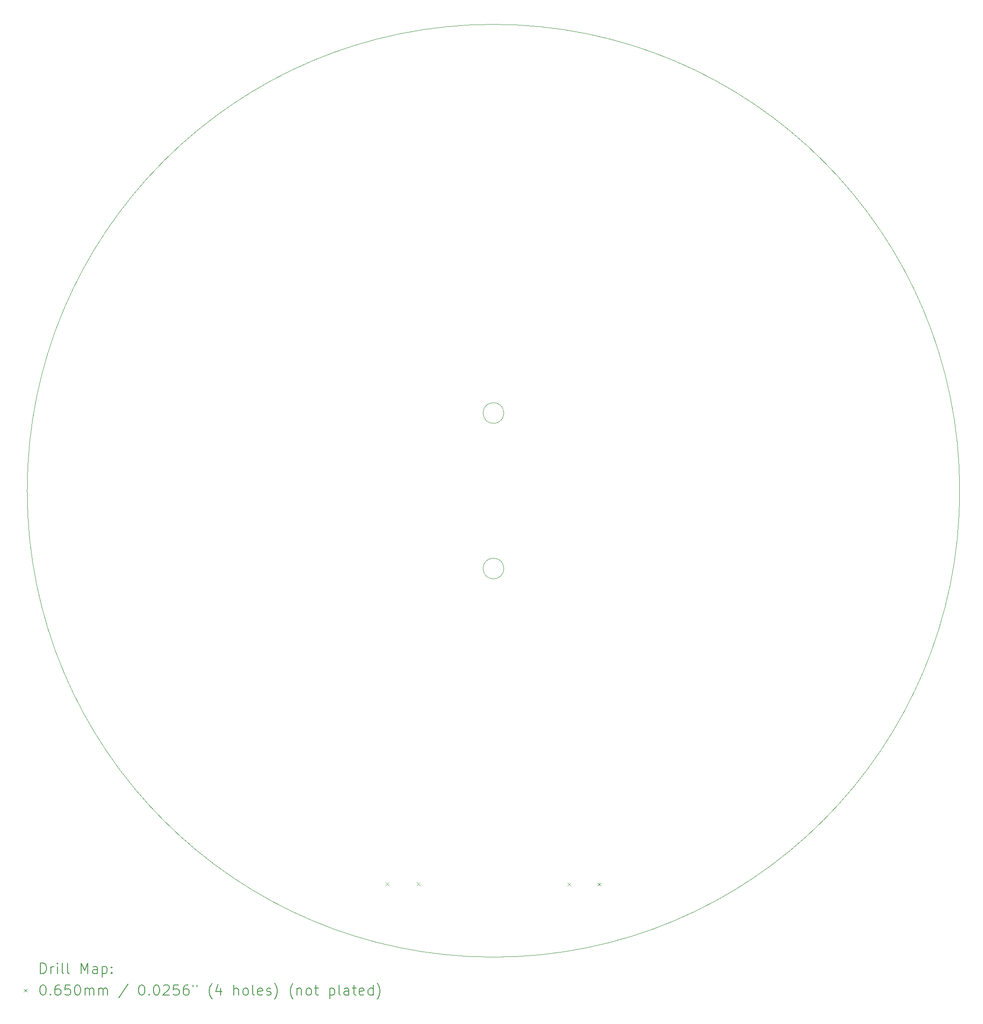
<source format=gbr>
%TF.GenerationSoftware,KiCad,Pcbnew,9.0.0*%
%TF.CreationDate,2025-04-06T22:46:27+05:30*%
%TF.ProjectId,display,64697370-6c61-4792-9e6b-696361645f70,rev?*%
%TF.SameCoordinates,Original*%
%TF.FileFunction,Drillmap*%
%TF.FilePolarity,Positive*%
%FSLAX45Y45*%
G04 Gerber Fmt 4.5, Leading zero omitted, Abs format (unit mm)*
G04 Created by KiCad (PCBNEW 9.0.0) date 2025-04-06 22:46:27*
%MOMM*%
%LPD*%
G01*
G04 APERTURE LIST*
%ADD10C,0.050000*%
%ADD11C,0.200000*%
%ADD12C,0.100000*%
G04 APERTURE END LIST*
D10*
X45200000Y-26500000D02*
G75*
G02*
X44800000Y-26500000I-200000J0D01*
G01*
X44800000Y-26500000D02*
G75*
G02*
X45200000Y-26500000I200000J0D01*
G01*
X45200000Y-23500000D02*
G75*
G02*
X44800000Y-23500000I-200000J0D01*
G01*
X44800000Y-23500000D02*
G75*
G02*
X45200000Y-23500000I200000J0D01*
G01*
X54000000Y-25000000D02*
G75*
G02*
X36000000Y-25000000I-9000000J0D01*
G01*
X36000000Y-25000000D02*
G75*
G02*
X54000000Y-25000000I9000000J0D01*
G01*
D11*
D12*
X42917500Y-32556250D02*
X42982500Y-32621250D01*
X42982500Y-32556250D02*
X42917500Y-32621250D01*
X43517500Y-32556250D02*
X43582500Y-32621250D01*
X43582500Y-32556250D02*
X43517500Y-32621250D01*
X46428500Y-32561250D02*
X46493500Y-32626250D01*
X46493500Y-32561250D02*
X46428500Y-32626250D01*
X47006500Y-32561250D02*
X47071500Y-32626250D01*
X47071500Y-32561250D02*
X47006500Y-32626250D01*
D11*
X36258277Y-34313984D02*
X36258277Y-34113984D01*
X36258277Y-34113984D02*
X36305896Y-34113984D01*
X36305896Y-34113984D02*
X36334467Y-34123508D01*
X36334467Y-34123508D02*
X36353515Y-34142555D01*
X36353515Y-34142555D02*
X36363039Y-34161603D01*
X36363039Y-34161603D02*
X36372563Y-34199698D01*
X36372563Y-34199698D02*
X36372563Y-34228270D01*
X36372563Y-34228270D02*
X36363039Y-34266365D01*
X36363039Y-34266365D02*
X36353515Y-34285412D01*
X36353515Y-34285412D02*
X36334467Y-34304460D01*
X36334467Y-34304460D02*
X36305896Y-34313984D01*
X36305896Y-34313984D02*
X36258277Y-34313984D01*
X36458277Y-34313984D02*
X36458277Y-34180650D01*
X36458277Y-34218746D02*
X36467801Y-34199698D01*
X36467801Y-34199698D02*
X36477324Y-34190174D01*
X36477324Y-34190174D02*
X36496372Y-34180650D01*
X36496372Y-34180650D02*
X36515420Y-34180650D01*
X36582086Y-34313984D02*
X36582086Y-34180650D01*
X36582086Y-34113984D02*
X36572563Y-34123508D01*
X36572563Y-34123508D02*
X36582086Y-34133031D01*
X36582086Y-34133031D02*
X36591610Y-34123508D01*
X36591610Y-34123508D02*
X36582086Y-34113984D01*
X36582086Y-34113984D02*
X36582086Y-34133031D01*
X36705896Y-34313984D02*
X36686848Y-34304460D01*
X36686848Y-34304460D02*
X36677324Y-34285412D01*
X36677324Y-34285412D02*
X36677324Y-34113984D01*
X36810658Y-34313984D02*
X36791610Y-34304460D01*
X36791610Y-34304460D02*
X36782086Y-34285412D01*
X36782086Y-34285412D02*
X36782086Y-34113984D01*
X37039229Y-34313984D02*
X37039229Y-34113984D01*
X37039229Y-34113984D02*
X37105896Y-34256841D01*
X37105896Y-34256841D02*
X37172563Y-34113984D01*
X37172563Y-34113984D02*
X37172563Y-34313984D01*
X37353515Y-34313984D02*
X37353515Y-34209222D01*
X37353515Y-34209222D02*
X37343991Y-34190174D01*
X37343991Y-34190174D02*
X37324944Y-34180650D01*
X37324944Y-34180650D02*
X37286848Y-34180650D01*
X37286848Y-34180650D02*
X37267801Y-34190174D01*
X37353515Y-34304460D02*
X37334467Y-34313984D01*
X37334467Y-34313984D02*
X37286848Y-34313984D01*
X37286848Y-34313984D02*
X37267801Y-34304460D01*
X37267801Y-34304460D02*
X37258277Y-34285412D01*
X37258277Y-34285412D02*
X37258277Y-34266365D01*
X37258277Y-34266365D02*
X37267801Y-34247317D01*
X37267801Y-34247317D02*
X37286848Y-34237793D01*
X37286848Y-34237793D02*
X37334467Y-34237793D01*
X37334467Y-34237793D02*
X37353515Y-34228270D01*
X37448753Y-34180650D02*
X37448753Y-34380650D01*
X37448753Y-34190174D02*
X37467801Y-34180650D01*
X37467801Y-34180650D02*
X37505896Y-34180650D01*
X37505896Y-34180650D02*
X37524944Y-34190174D01*
X37524944Y-34190174D02*
X37534467Y-34199698D01*
X37534467Y-34199698D02*
X37543991Y-34218746D01*
X37543991Y-34218746D02*
X37543991Y-34275889D01*
X37543991Y-34275889D02*
X37534467Y-34294936D01*
X37534467Y-34294936D02*
X37524944Y-34304460D01*
X37524944Y-34304460D02*
X37505896Y-34313984D01*
X37505896Y-34313984D02*
X37467801Y-34313984D01*
X37467801Y-34313984D02*
X37448753Y-34304460D01*
X37629705Y-34294936D02*
X37639229Y-34304460D01*
X37639229Y-34304460D02*
X37629705Y-34313984D01*
X37629705Y-34313984D02*
X37620182Y-34304460D01*
X37620182Y-34304460D02*
X37629705Y-34294936D01*
X37629705Y-34294936D02*
X37629705Y-34313984D01*
X37629705Y-34190174D02*
X37639229Y-34199698D01*
X37639229Y-34199698D02*
X37629705Y-34209222D01*
X37629705Y-34209222D02*
X37620182Y-34199698D01*
X37620182Y-34199698D02*
X37629705Y-34190174D01*
X37629705Y-34190174D02*
X37629705Y-34209222D01*
D12*
X35932500Y-34610000D02*
X35997500Y-34675000D01*
X35997500Y-34610000D02*
X35932500Y-34675000D01*
D11*
X36296372Y-34533984D02*
X36315420Y-34533984D01*
X36315420Y-34533984D02*
X36334467Y-34543508D01*
X36334467Y-34543508D02*
X36343991Y-34553031D01*
X36343991Y-34553031D02*
X36353515Y-34572079D01*
X36353515Y-34572079D02*
X36363039Y-34610174D01*
X36363039Y-34610174D02*
X36363039Y-34657793D01*
X36363039Y-34657793D02*
X36353515Y-34695889D01*
X36353515Y-34695889D02*
X36343991Y-34714936D01*
X36343991Y-34714936D02*
X36334467Y-34724460D01*
X36334467Y-34724460D02*
X36315420Y-34733984D01*
X36315420Y-34733984D02*
X36296372Y-34733984D01*
X36296372Y-34733984D02*
X36277324Y-34724460D01*
X36277324Y-34724460D02*
X36267801Y-34714936D01*
X36267801Y-34714936D02*
X36258277Y-34695889D01*
X36258277Y-34695889D02*
X36248753Y-34657793D01*
X36248753Y-34657793D02*
X36248753Y-34610174D01*
X36248753Y-34610174D02*
X36258277Y-34572079D01*
X36258277Y-34572079D02*
X36267801Y-34553031D01*
X36267801Y-34553031D02*
X36277324Y-34543508D01*
X36277324Y-34543508D02*
X36296372Y-34533984D01*
X36448753Y-34714936D02*
X36458277Y-34724460D01*
X36458277Y-34724460D02*
X36448753Y-34733984D01*
X36448753Y-34733984D02*
X36439229Y-34724460D01*
X36439229Y-34724460D02*
X36448753Y-34714936D01*
X36448753Y-34714936D02*
X36448753Y-34733984D01*
X36629705Y-34533984D02*
X36591610Y-34533984D01*
X36591610Y-34533984D02*
X36572563Y-34543508D01*
X36572563Y-34543508D02*
X36563039Y-34553031D01*
X36563039Y-34553031D02*
X36543991Y-34581603D01*
X36543991Y-34581603D02*
X36534467Y-34619698D01*
X36534467Y-34619698D02*
X36534467Y-34695889D01*
X36534467Y-34695889D02*
X36543991Y-34714936D01*
X36543991Y-34714936D02*
X36553515Y-34724460D01*
X36553515Y-34724460D02*
X36572563Y-34733984D01*
X36572563Y-34733984D02*
X36610658Y-34733984D01*
X36610658Y-34733984D02*
X36629705Y-34724460D01*
X36629705Y-34724460D02*
X36639229Y-34714936D01*
X36639229Y-34714936D02*
X36648753Y-34695889D01*
X36648753Y-34695889D02*
X36648753Y-34648270D01*
X36648753Y-34648270D02*
X36639229Y-34629222D01*
X36639229Y-34629222D02*
X36629705Y-34619698D01*
X36629705Y-34619698D02*
X36610658Y-34610174D01*
X36610658Y-34610174D02*
X36572563Y-34610174D01*
X36572563Y-34610174D02*
X36553515Y-34619698D01*
X36553515Y-34619698D02*
X36543991Y-34629222D01*
X36543991Y-34629222D02*
X36534467Y-34648270D01*
X36829705Y-34533984D02*
X36734467Y-34533984D01*
X36734467Y-34533984D02*
X36724944Y-34629222D01*
X36724944Y-34629222D02*
X36734467Y-34619698D01*
X36734467Y-34619698D02*
X36753515Y-34610174D01*
X36753515Y-34610174D02*
X36801134Y-34610174D01*
X36801134Y-34610174D02*
X36820182Y-34619698D01*
X36820182Y-34619698D02*
X36829705Y-34629222D01*
X36829705Y-34629222D02*
X36839229Y-34648270D01*
X36839229Y-34648270D02*
X36839229Y-34695889D01*
X36839229Y-34695889D02*
X36829705Y-34714936D01*
X36829705Y-34714936D02*
X36820182Y-34724460D01*
X36820182Y-34724460D02*
X36801134Y-34733984D01*
X36801134Y-34733984D02*
X36753515Y-34733984D01*
X36753515Y-34733984D02*
X36734467Y-34724460D01*
X36734467Y-34724460D02*
X36724944Y-34714936D01*
X36963039Y-34533984D02*
X36982086Y-34533984D01*
X36982086Y-34533984D02*
X37001134Y-34543508D01*
X37001134Y-34543508D02*
X37010658Y-34553031D01*
X37010658Y-34553031D02*
X37020182Y-34572079D01*
X37020182Y-34572079D02*
X37029705Y-34610174D01*
X37029705Y-34610174D02*
X37029705Y-34657793D01*
X37029705Y-34657793D02*
X37020182Y-34695889D01*
X37020182Y-34695889D02*
X37010658Y-34714936D01*
X37010658Y-34714936D02*
X37001134Y-34724460D01*
X37001134Y-34724460D02*
X36982086Y-34733984D01*
X36982086Y-34733984D02*
X36963039Y-34733984D01*
X36963039Y-34733984D02*
X36943991Y-34724460D01*
X36943991Y-34724460D02*
X36934467Y-34714936D01*
X36934467Y-34714936D02*
X36924944Y-34695889D01*
X36924944Y-34695889D02*
X36915420Y-34657793D01*
X36915420Y-34657793D02*
X36915420Y-34610174D01*
X36915420Y-34610174D02*
X36924944Y-34572079D01*
X36924944Y-34572079D02*
X36934467Y-34553031D01*
X36934467Y-34553031D02*
X36943991Y-34543508D01*
X36943991Y-34543508D02*
X36963039Y-34533984D01*
X37115420Y-34733984D02*
X37115420Y-34600650D01*
X37115420Y-34619698D02*
X37124944Y-34610174D01*
X37124944Y-34610174D02*
X37143991Y-34600650D01*
X37143991Y-34600650D02*
X37172563Y-34600650D01*
X37172563Y-34600650D02*
X37191610Y-34610174D01*
X37191610Y-34610174D02*
X37201134Y-34629222D01*
X37201134Y-34629222D02*
X37201134Y-34733984D01*
X37201134Y-34629222D02*
X37210658Y-34610174D01*
X37210658Y-34610174D02*
X37229705Y-34600650D01*
X37229705Y-34600650D02*
X37258277Y-34600650D01*
X37258277Y-34600650D02*
X37277325Y-34610174D01*
X37277325Y-34610174D02*
X37286848Y-34629222D01*
X37286848Y-34629222D02*
X37286848Y-34733984D01*
X37382086Y-34733984D02*
X37382086Y-34600650D01*
X37382086Y-34619698D02*
X37391610Y-34610174D01*
X37391610Y-34610174D02*
X37410658Y-34600650D01*
X37410658Y-34600650D02*
X37439229Y-34600650D01*
X37439229Y-34600650D02*
X37458277Y-34610174D01*
X37458277Y-34610174D02*
X37467801Y-34629222D01*
X37467801Y-34629222D02*
X37467801Y-34733984D01*
X37467801Y-34629222D02*
X37477325Y-34610174D01*
X37477325Y-34610174D02*
X37496372Y-34600650D01*
X37496372Y-34600650D02*
X37524944Y-34600650D01*
X37524944Y-34600650D02*
X37543991Y-34610174D01*
X37543991Y-34610174D02*
X37553515Y-34629222D01*
X37553515Y-34629222D02*
X37553515Y-34733984D01*
X37943991Y-34524460D02*
X37772563Y-34781603D01*
X38201134Y-34533984D02*
X38220182Y-34533984D01*
X38220182Y-34533984D02*
X38239229Y-34543508D01*
X38239229Y-34543508D02*
X38248753Y-34553031D01*
X38248753Y-34553031D02*
X38258277Y-34572079D01*
X38258277Y-34572079D02*
X38267801Y-34610174D01*
X38267801Y-34610174D02*
X38267801Y-34657793D01*
X38267801Y-34657793D02*
X38258277Y-34695889D01*
X38258277Y-34695889D02*
X38248753Y-34714936D01*
X38248753Y-34714936D02*
X38239229Y-34724460D01*
X38239229Y-34724460D02*
X38220182Y-34733984D01*
X38220182Y-34733984D02*
X38201134Y-34733984D01*
X38201134Y-34733984D02*
X38182087Y-34724460D01*
X38182087Y-34724460D02*
X38172563Y-34714936D01*
X38172563Y-34714936D02*
X38163039Y-34695889D01*
X38163039Y-34695889D02*
X38153515Y-34657793D01*
X38153515Y-34657793D02*
X38153515Y-34610174D01*
X38153515Y-34610174D02*
X38163039Y-34572079D01*
X38163039Y-34572079D02*
X38172563Y-34553031D01*
X38172563Y-34553031D02*
X38182087Y-34543508D01*
X38182087Y-34543508D02*
X38201134Y-34533984D01*
X38353515Y-34714936D02*
X38363039Y-34724460D01*
X38363039Y-34724460D02*
X38353515Y-34733984D01*
X38353515Y-34733984D02*
X38343991Y-34724460D01*
X38343991Y-34724460D02*
X38353515Y-34714936D01*
X38353515Y-34714936D02*
X38353515Y-34733984D01*
X38486848Y-34533984D02*
X38505896Y-34533984D01*
X38505896Y-34533984D02*
X38524944Y-34543508D01*
X38524944Y-34543508D02*
X38534468Y-34553031D01*
X38534468Y-34553031D02*
X38543991Y-34572079D01*
X38543991Y-34572079D02*
X38553515Y-34610174D01*
X38553515Y-34610174D02*
X38553515Y-34657793D01*
X38553515Y-34657793D02*
X38543991Y-34695889D01*
X38543991Y-34695889D02*
X38534468Y-34714936D01*
X38534468Y-34714936D02*
X38524944Y-34724460D01*
X38524944Y-34724460D02*
X38505896Y-34733984D01*
X38505896Y-34733984D02*
X38486848Y-34733984D01*
X38486848Y-34733984D02*
X38467801Y-34724460D01*
X38467801Y-34724460D02*
X38458277Y-34714936D01*
X38458277Y-34714936D02*
X38448753Y-34695889D01*
X38448753Y-34695889D02*
X38439229Y-34657793D01*
X38439229Y-34657793D02*
X38439229Y-34610174D01*
X38439229Y-34610174D02*
X38448753Y-34572079D01*
X38448753Y-34572079D02*
X38458277Y-34553031D01*
X38458277Y-34553031D02*
X38467801Y-34543508D01*
X38467801Y-34543508D02*
X38486848Y-34533984D01*
X38629706Y-34553031D02*
X38639229Y-34543508D01*
X38639229Y-34543508D02*
X38658277Y-34533984D01*
X38658277Y-34533984D02*
X38705896Y-34533984D01*
X38705896Y-34533984D02*
X38724944Y-34543508D01*
X38724944Y-34543508D02*
X38734468Y-34553031D01*
X38734468Y-34553031D02*
X38743991Y-34572079D01*
X38743991Y-34572079D02*
X38743991Y-34591127D01*
X38743991Y-34591127D02*
X38734468Y-34619698D01*
X38734468Y-34619698D02*
X38620182Y-34733984D01*
X38620182Y-34733984D02*
X38743991Y-34733984D01*
X38924944Y-34533984D02*
X38829706Y-34533984D01*
X38829706Y-34533984D02*
X38820182Y-34629222D01*
X38820182Y-34629222D02*
X38829706Y-34619698D01*
X38829706Y-34619698D02*
X38848753Y-34610174D01*
X38848753Y-34610174D02*
X38896372Y-34610174D01*
X38896372Y-34610174D02*
X38915420Y-34619698D01*
X38915420Y-34619698D02*
X38924944Y-34629222D01*
X38924944Y-34629222D02*
X38934468Y-34648270D01*
X38934468Y-34648270D02*
X38934468Y-34695889D01*
X38934468Y-34695889D02*
X38924944Y-34714936D01*
X38924944Y-34714936D02*
X38915420Y-34724460D01*
X38915420Y-34724460D02*
X38896372Y-34733984D01*
X38896372Y-34733984D02*
X38848753Y-34733984D01*
X38848753Y-34733984D02*
X38829706Y-34724460D01*
X38829706Y-34724460D02*
X38820182Y-34714936D01*
X39105896Y-34533984D02*
X39067801Y-34533984D01*
X39067801Y-34533984D02*
X39048753Y-34543508D01*
X39048753Y-34543508D02*
X39039229Y-34553031D01*
X39039229Y-34553031D02*
X39020182Y-34581603D01*
X39020182Y-34581603D02*
X39010658Y-34619698D01*
X39010658Y-34619698D02*
X39010658Y-34695889D01*
X39010658Y-34695889D02*
X39020182Y-34714936D01*
X39020182Y-34714936D02*
X39029706Y-34724460D01*
X39029706Y-34724460D02*
X39048753Y-34733984D01*
X39048753Y-34733984D02*
X39086849Y-34733984D01*
X39086849Y-34733984D02*
X39105896Y-34724460D01*
X39105896Y-34724460D02*
X39115420Y-34714936D01*
X39115420Y-34714936D02*
X39124944Y-34695889D01*
X39124944Y-34695889D02*
X39124944Y-34648270D01*
X39124944Y-34648270D02*
X39115420Y-34629222D01*
X39115420Y-34629222D02*
X39105896Y-34619698D01*
X39105896Y-34619698D02*
X39086849Y-34610174D01*
X39086849Y-34610174D02*
X39048753Y-34610174D01*
X39048753Y-34610174D02*
X39029706Y-34619698D01*
X39029706Y-34619698D02*
X39020182Y-34629222D01*
X39020182Y-34629222D02*
X39010658Y-34648270D01*
X39201134Y-34533984D02*
X39201134Y-34572079D01*
X39277325Y-34533984D02*
X39277325Y-34572079D01*
X39572563Y-34810174D02*
X39563039Y-34800650D01*
X39563039Y-34800650D02*
X39543991Y-34772079D01*
X39543991Y-34772079D02*
X39534468Y-34753031D01*
X39534468Y-34753031D02*
X39524944Y-34724460D01*
X39524944Y-34724460D02*
X39515420Y-34676841D01*
X39515420Y-34676841D02*
X39515420Y-34638746D01*
X39515420Y-34638746D02*
X39524944Y-34591127D01*
X39524944Y-34591127D02*
X39534468Y-34562555D01*
X39534468Y-34562555D02*
X39543991Y-34543508D01*
X39543991Y-34543508D02*
X39563039Y-34514936D01*
X39563039Y-34514936D02*
X39572563Y-34505412D01*
X39734468Y-34600650D02*
X39734468Y-34733984D01*
X39686849Y-34524460D02*
X39639230Y-34667317D01*
X39639230Y-34667317D02*
X39763039Y-34667317D01*
X39991611Y-34733984D02*
X39991611Y-34533984D01*
X40077325Y-34733984D02*
X40077325Y-34629222D01*
X40077325Y-34629222D02*
X40067801Y-34610174D01*
X40067801Y-34610174D02*
X40048753Y-34600650D01*
X40048753Y-34600650D02*
X40020182Y-34600650D01*
X40020182Y-34600650D02*
X40001134Y-34610174D01*
X40001134Y-34610174D02*
X39991611Y-34619698D01*
X40201134Y-34733984D02*
X40182087Y-34724460D01*
X40182087Y-34724460D02*
X40172563Y-34714936D01*
X40172563Y-34714936D02*
X40163039Y-34695889D01*
X40163039Y-34695889D02*
X40163039Y-34638746D01*
X40163039Y-34638746D02*
X40172563Y-34619698D01*
X40172563Y-34619698D02*
X40182087Y-34610174D01*
X40182087Y-34610174D02*
X40201134Y-34600650D01*
X40201134Y-34600650D02*
X40229706Y-34600650D01*
X40229706Y-34600650D02*
X40248753Y-34610174D01*
X40248753Y-34610174D02*
X40258277Y-34619698D01*
X40258277Y-34619698D02*
X40267801Y-34638746D01*
X40267801Y-34638746D02*
X40267801Y-34695889D01*
X40267801Y-34695889D02*
X40258277Y-34714936D01*
X40258277Y-34714936D02*
X40248753Y-34724460D01*
X40248753Y-34724460D02*
X40229706Y-34733984D01*
X40229706Y-34733984D02*
X40201134Y-34733984D01*
X40382087Y-34733984D02*
X40363039Y-34724460D01*
X40363039Y-34724460D02*
X40353515Y-34705412D01*
X40353515Y-34705412D02*
X40353515Y-34533984D01*
X40534468Y-34724460D02*
X40515420Y-34733984D01*
X40515420Y-34733984D02*
X40477325Y-34733984D01*
X40477325Y-34733984D02*
X40458277Y-34724460D01*
X40458277Y-34724460D02*
X40448753Y-34705412D01*
X40448753Y-34705412D02*
X40448753Y-34629222D01*
X40448753Y-34629222D02*
X40458277Y-34610174D01*
X40458277Y-34610174D02*
X40477325Y-34600650D01*
X40477325Y-34600650D02*
X40515420Y-34600650D01*
X40515420Y-34600650D02*
X40534468Y-34610174D01*
X40534468Y-34610174D02*
X40543992Y-34629222D01*
X40543992Y-34629222D02*
X40543992Y-34648270D01*
X40543992Y-34648270D02*
X40448753Y-34667317D01*
X40620182Y-34724460D02*
X40639230Y-34733984D01*
X40639230Y-34733984D02*
X40677325Y-34733984D01*
X40677325Y-34733984D02*
X40696373Y-34724460D01*
X40696373Y-34724460D02*
X40705896Y-34705412D01*
X40705896Y-34705412D02*
X40705896Y-34695889D01*
X40705896Y-34695889D02*
X40696373Y-34676841D01*
X40696373Y-34676841D02*
X40677325Y-34667317D01*
X40677325Y-34667317D02*
X40648753Y-34667317D01*
X40648753Y-34667317D02*
X40629706Y-34657793D01*
X40629706Y-34657793D02*
X40620182Y-34638746D01*
X40620182Y-34638746D02*
X40620182Y-34629222D01*
X40620182Y-34629222D02*
X40629706Y-34610174D01*
X40629706Y-34610174D02*
X40648753Y-34600650D01*
X40648753Y-34600650D02*
X40677325Y-34600650D01*
X40677325Y-34600650D02*
X40696373Y-34610174D01*
X40772563Y-34810174D02*
X40782087Y-34800650D01*
X40782087Y-34800650D02*
X40801134Y-34772079D01*
X40801134Y-34772079D02*
X40810658Y-34753031D01*
X40810658Y-34753031D02*
X40820182Y-34724460D01*
X40820182Y-34724460D02*
X40829706Y-34676841D01*
X40829706Y-34676841D02*
X40829706Y-34638746D01*
X40829706Y-34638746D02*
X40820182Y-34591127D01*
X40820182Y-34591127D02*
X40810658Y-34562555D01*
X40810658Y-34562555D02*
X40801134Y-34543508D01*
X40801134Y-34543508D02*
X40782087Y-34514936D01*
X40782087Y-34514936D02*
X40772563Y-34505412D01*
X41134468Y-34810174D02*
X41124944Y-34800650D01*
X41124944Y-34800650D02*
X41105896Y-34772079D01*
X41105896Y-34772079D02*
X41096373Y-34753031D01*
X41096373Y-34753031D02*
X41086849Y-34724460D01*
X41086849Y-34724460D02*
X41077325Y-34676841D01*
X41077325Y-34676841D02*
X41077325Y-34638746D01*
X41077325Y-34638746D02*
X41086849Y-34591127D01*
X41086849Y-34591127D02*
X41096373Y-34562555D01*
X41096373Y-34562555D02*
X41105896Y-34543508D01*
X41105896Y-34543508D02*
X41124944Y-34514936D01*
X41124944Y-34514936D02*
X41134468Y-34505412D01*
X41210658Y-34600650D02*
X41210658Y-34733984D01*
X41210658Y-34619698D02*
X41220182Y-34610174D01*
X41220182Y-34610174D02*
X41239230Y-34600650D01*
X41239230Y-34600650D02*
X41267801Y-34600650D01*
X41267801Y-34600650D02*
X41286849Y-34610174D01*
X41286849Y-34610174D02*
X41296373Y-34629222D01*
X41296373Y-34629222D02*
X41296373Y-34733984D01*
X41420182Y-34733984D02*
X41401134Y-34724460D01*
X41401134Y-34724460D02*
X41391611Y-34714936D01*
X41391611Y-34714936D02*
X41382087Y-34695889D01*
X41382087Y-34695889D02*
X41382087Y-34638746D01*
X41382087Y-34638746D02*
X41391611Y-34619698D01*
X41391611Y-34619698D02*
X41401134Y-34610174D01*
X41401134Y-34610174D02*
X41420182Y-34600650D01*
X41420182Y-34600650D02*
X41448754Y-34600650D01*
X41448754Y-34600650D02*
X41467801Y-34610174D01*
X41467801Y-34610174D02*
X41477325Y-34619698D01*
X41477325Y-34619698D02*
X41486849Y-34638746D01*
X41486849Y-34638746D02*
X41486849Y-34695889D01*
X41486849Y-34695889D02*
X41477325Y-34714936D01*
X41477325Y-34714936D02*
X41467801Y-34724460D01*
X41467801Y-34724460D02*
X41448754Y-34733984D01*
X41448754Y-34733984D02*
X41420182Y-34733984D01*
X41543992Y-34600650D02*
X41620182Y-34600650D01*
X41572563Y-34533984D02*
X41572563Y-34705412D01*
X41572563Y-34705412D02*
X41582087Y-34724460D01*
X41582087Y-34724460D02*
X41601134Y-34733984D01*
X41601134Y-34733984D02*
X41620182Y-34733984D01*
X41839230Y-34600650D02*
X41839230Y-34800650D01*
X41839230Y-34610174D02*
X41858277Y-34600650D01*
X41858277Y-34600650D02*
X41896373Y-34600650D01*
X41896373Y-34600650D02*
X41915420Y-34610174D01*
X41915420Y-34610174D02*
X41924944Y-34619698D01*
X41924944Y-34619698D02*
X41934468Y-34638746D01*
X41934468Y-34638746D02*
X41934468Y-34695889D01*
X41934468Y-34695889D02*
X41924944Y-34714936D01*
X41924944Y-34714936D02*
X41915420Y-34724460D01*
X41915420Y-34724460D02*
X41896373Y-34733984D01*
X41896373Y-34733984D02*
X41858277Y-34733984D01*
X41858277Y-34733984D02*
X41839230Y-34724460D01*
X42048754Y-34733984D02*
X42029706Y-34724460D01*
X42029706Y-34724460D02*
X42020182Y-34705412D01*
X42020182Y-34705412D02*
X42020182Y-34533984D01*
X42210658Y-34733984D02*
X42210658Y-34629222D01*
X42210658Y-34629222D02*
X42201135Y-34610174D01*
X42201135Y-34610174D02*
X42182087Y-34600650D01*
X42182087Y-34600650D02*
X42143992Y-34600650D01*
X42143992Y-34600650D02*
X42124944Y-34610174D01*
X42210658Y-34724460D02*
X42191611Y-34733984D01*
X42191611Y-34733984D02*
X42143992Y-34733984D01*
X42143992Y-34733984D02*
X42124944Y-34724460D01*
X42124944Y-34724460D02*
X42115420Y-34705412D01*
X42115420Y-34705412D02*
X42115420Y-34686365D01*
X42115420Y-34686365D02*
X42124944Y-34667317D01*
X42124944Y-34667317D02*
X42143992Y-34657793D01*
X42143992Y-34657793D02*
X42191611Y-34657793D01*
X42191611Y-34657793D02*
X42210658Y-34648270D01*
X42277325Y-34600650D02*
X42353515Y-34600650D01*
X42305896Y-34533984D02*
X42305896Y-34705412D01*
X42305896Y-34705412D02*
X42315420Y-34724460D01*
X42315420Y-34724460D02*
X42334468Y-34733984D01*
X42334468Y-34733984D02*
X42353515Y-34733984D01*
X42496373Y-34724460D02*
X42477325Y-34733984D01*
X42477325Y-34733984D02*
X42439230Y-34733984D01*
X42439230Y-34733984D02*
X42420182Y-34724460D01*
X42420182Y-34724460D02*
X42410658Y-34705412D01*
X42410658Y-34705412D02*
X42410658Y-34629222D01*
X42410658Y-34629222D02*
X42420182Y-34610174D01*
X42420182Y-34610174D02*
X42439230Y-34600650D01*
X42439230Y-34600650D02*
X42477325Y-34600650D01*
X42477325Y-34600650D02*
X42496373Y-34610174D01*
X42496373Y-34610174D02*
X42505896Y-34629222D01*
X42505896Y-34629222D02*
X42505896Y-34648270D01*
X42505896Y-34648270D02*
X42410658Y-34667317D01*
X42677325Y-34733984D02*
X42677325Y-34533984D01*
X42677325Y-34724460D02*
X42658277Y-34733984D01*
X42658277Y-34733984D02*
X42620182Y-34733984D01*
X42620182Y-34733984D02*
X42601135Y-34724460D01*
X42601135Y-34724460D02*
X42591611Y-34714936D01*
X42591611Y-34714936D02*
X42582087Y-34695889D01*
X42582087Y-34695889D02*
X42582087Y-34638746D01*
X42582087Y-34638746D02*
X42591611Y-34619698D01*
X42591611Y-34619698D02*
X42601135Y-34610174D01*
X42601135Y-34610174D02*
X42620182Y-34600650D01*
X42620182Y-34600650D02*
X42658277Y-34600650D01*
X42658277Y-34600650D02*
X42677325Y-34610174D01*
X42753516Y-34810174D02*
X42763039Y-34800650D01*
X42763039Y-34800650D02*
X42782087Y-34772079D01*
X42782087Y-34772079D02*
X42791611Y-34753031D01*
X42791611Y-34753031D02*
X42801135Y-34724460D01*
X42801135Y-34724460D02*
X42810658Y-34676841D01*
X42810658Y-34676841D02*
X42810658Y-34638746D01*
X42810658Y-34638746D02*
X42801135Y-34591127D01*
X42801135Y-34591127D02*
X42791611Y-34562555D01*
X42791611Y-34562555D02*
X42782087Y-34543508D01*
X42782087Y-34543508D02*
X42763039Y-34514936D01*
X42763039Y-34514936D02*
X42753516Y-34505412D01*
M02*

</source>
